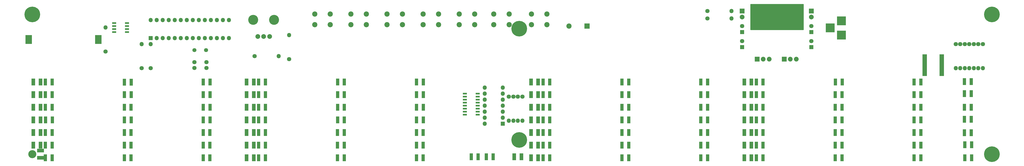
<source format=gts>
G04 #@! TF.FileFunction,Soldermask,Top*
%FSLAX46Y46*%
G04 Gerber Fmt 4.6, Leading zero omitted, Abs format (unit mm)*
G04 Created by KiCad (PCBNEW 4.0.7) date 05/05/18 13:58:15*
%MOMM*%
%LPD*%
G01*
G04 APERTURE LIST*
%ADD10C,0.100000*%
%ADD11R,1.420000X2.900000*%
%ADD12R,1.595000X2.900000*%
%ADD13C,1.800000*%
%ADD14O,1.800000X1.800000*%
%ADD15C,1.700000*%
%ADD16R,2.740000X3.710000*%
%ADD17R,1.800000X1.800000*%
%ADD18R,3.700000X3.700000*%
%ADD19R,2.900000X1.595000*%
%ADD20O,3.700000X3.700000*%
%ADD21R,2.000000X2.000000*%
%ADD22O,2.000000X2.000000*%
%ADD23R,1.750000X0.800000*%
%ADD24C,2.000000*%
%ADD25R,1.700000X0.800000*%
%ADD26R,1.950000X0.650000*%
%ADD27C,6.600000*%
%ADD28C,1.000000*%
%ADD29C,3.400000*%
%ADD30C,2.200000*%
%ADD31C,4.200000*%
%ADD32R,2.200000X2.200000*%
%ADD33C,0.254000*%
G04 APERTURE END LIST*
D10*
D11*
X416570000Y-230500000D03*
X419430000Y-230500000D03*
D12*
X236517500Y-209333333D03*
X233482500Y-209333333D03*
D11*
X31430000Y-204000000D03*
X28570000Y-204000000D03*
X31430000Y-209333333D03*
X28570000Y-209333333D03*
X31430000Y-214666666D03*
X28570000Y-214666666D03*
X31496000Y-219964000D03*
X28636000Y-219964000D03*
X31430000Y-225333332D03*
X28570000Y-225333332D03*
X31430000Y-230666665D03*
X28570000Y-230666665D03*
X31430000Y-236000000D03*
X28570000Y-236000000D03*
X64749250Y-204038000D03*
X61889250Y-204038000D03*
X64749250Y-209371333D03*
X61889250Y-209371333D03*
X64737500Y-214668000D03*
X61877500Y-214668000D03*
X64749250Y-220037999D03*
X61889250Y-220037999D03*
X64738000Y-225371332D03*
X61878000Y-225371332D03*
X64738000Y-230704665D03*
X61878000Y-230704665D03*
X64738000Y-236038000D03*
X61878000Y-236038000D03*
X98045000Y-204000000D03*
X95185000Y-204000000D03*
X98045000Y-209333333D03*
X95185000Y-209333333D03*
X98045000Y-214666666D03*
X95185000Y-214666666D03*
X98045000Y-219999999D03*
X95185000Y-219999999D03*
X98000000Y-225333332D03*
X95140000Y-225333332D03*
X98000000Y-230666665D03*
X95140000Y-230666665D03*
X98000000Y-236000000D03*
X95140000Y-236000000D03*
X121430000Y-204000000D03*
X118570000Y-204000000D03*
X121430000Y-209333333D03*
X118570000Y-209333333D03*
X121430000Y-214666666D03*
X118570000Y-214666666D03*
X121430000Y-219999999D03*
X118570000Y-219999999D03*
X121384000Y-225298000D03*
X118524000Y-225298000D03*
X121430000Y-230666665D03*
X118570000Y-230666665D03*
X121384000Y-235966000D03*
X118524000Y-235966000D03*
X154737500Y-204000000D03*
X151877500Y-204000000D03*
X154737500Y-209333333D03*
X151877500Y-209333333D03*
X154737500Y-214666666D03*
X151877500Y-214666666D03*
X154737500Y-219999999D03*
X151877500Y-219999999D03*
X154715000Y-225333332D03*
X151855000Y-225333332D03*
X154715000Y-230666665D03*
X151855000Y-230666665D03*
X154715000Y-236000000D03*
X151855000Y-236000000D03*
X188045000Y-204000000D03*
X185185000Y-204000000D03*
X188045000Y-209333333D03*
X185185000Y-209333333D03*
X188045000Y-214666666D03*
X185185000Y-214666666D03*
X188045000Y-219999999D03*
X185185000Y-219999999D03*
X188000000Y-225333332D03*
X185140000Y-225333332D03*
X188000000Y-230666665D03*
X185140000Y-230666665D03*
X188000000Y-236000000D03*
X185140000Y-236000000D03*
X217490000Y-235585000D03*
X214630000Y-235585000D03*
X211140000Y-235585000D03*
X208280000Y-235585000D03*
X241430000Y-204000000D03*
X238570000Y-204000000D03*
X241430000Y-209333333D03*
X238570000Y-209333333D03*
X241430000Y-214666666D03*
X238570000Y-214666666D03*
X241430000Y-219999999D03*
X238570000Y-219999999D03*
X241430000Y-225333332D03*
X238570000Y-225333332D03*
X241430000Y-230666665D03*
X238570000Y-230666665D03*
X241429998Y-235999998D03*
X238569998Y-235999998D03*
X274737500Y-204000000D03*
X271877500Y-204000000D03*
X274737500Y-209333333D03*
X271877500Y-209333333D03*
X274737500Y-214666666D03*
X271877500Y-214666666D03*
X274737500Y-219999999D03*
X271877500Y-219999999D03*
X274715000Y-225333332D03*
X271855000Y-225333332D03*
X274715000Y-230666665D03*
X271855000Y-230666665D03*
X274715000Y-236000000D03*
X271855000Y-236000000D03*
X308045000Y-204000000D03*
X305185000Y-204000000D03*
X308045000Y-209333333D03*
X305185000Y-209333333D03*
X308045000Y-214666666D03*
X305185000Y-214666666D03*
X308045000Y-219999999D03*
X305185000Y-219999999D03*
X308000000Y-225333332D03*
X305140000Y-225333332D03*
X308000000Y-230666665D03*
X305140000Y-230666665D03*
X308000000Y-236000000D03*
X305140000Y-236000000D03*
X331430000Y-204000000D03*
X328570000Y-204000000D03*
X331430000Y-209333333D03*
X328570000Y-209333333D03*
X331430000Y-214666666D03*
X328570000Y-214666666D03*
X331430000Y-219999999D03*
X328570000Y-219999999D03*
X331430000Y-225333332D03*
X328570000Y-225333332D03*
X331430000Y-230666665D03*
X328570000Y-230666665D03*
X331430000Y-236000000D03*
X328570000Y-236000000D03*
X364810000Y-204000000D03*
X361950000Y-204000000D03*
X364737500Y-209333333D03*
X361877500Y-209333333D03*
X364737500Y-214666666D03*
X361877500Y-214666666D03*
X364737500Y-219999999D03*
X361877500Y-219999999D03*
X364715000Y-225333332D03*
X361855000Y-225333332D03*
X364715000Y-230666665D03*
X361855000Y-230666665D03*
X364715000Y-236000000D03*
X361855000Y-236000000D03*
X398045000Y-204000000D03*
X395185000Y-204000000D03*
X398045000Y-209333333D03*
X395185000Y-209333333D03*
X398045000Y-214666666D03*
X395185000Y-214666666D03*
X398045000Y-219999999D03*
X395185000Y-219999999D03*
X398000000Y-225333332D03*
X395140000Y-225333332D03*
X398000000Y-230666665D03*
X395140000Y-230666665D03*
X398000000Y-236000000D03*
X395140000Y-236000000D03*
X416570000Y-236000000D03*
X419430000Y-236000000D03*
D13*
X131445000Y-194310000D03*
D14*
X131445000Y-184150000D03*
D12*
X236517501Y-204000000D03*
X233482501Y-204000000D03*
X236517500Y-214666666D03*
X233482500Y-214666666D03*
X236517500Y-219999999D03*
X233482500Y-219999999D03*
X236517500Y-225333332D03*
X233482500Y-225333332D03*
X236517500Y-230666665D03*
X233482500Y-230666665D03*
X236517500Y-235999998D03*
X233482500Y-235999998D03*
X326517500Y-203999999D03*
X323482500Y-203999999D03*
X326517500Y-209333333D03*
X323482500Y-209333333D03*
X326517500Y-214666666D03*
X323482500Y-214666666D03*
X326517500Y-219999999D03*
X323482500Y-219999999D03*
X326517500Y-225333332D03*
X323482500Y-225333332D03*
X326517500Y-230666665D03*
X323482500Y-230666665D03*
X326517500Y-235999998D03*
X323482500Y-235999998D03*
D15*
X91440000Y-190500000D03*
X96320000Y-190500000D03*
D16*
X50875000Y-186055000D03*
X21515000Y-186055000D03*
D13*
X91440000Y-195580000D03*
X91440000Y-198080000D03*
X96520000Y-195580000D03*
X96520000Y-198080000D03*
D17*
X322580000Y-189230000D03*
D13*
X322580000Y-186730000D03*
D17*
X322580000Y-182880000D03*
D13*
X322580000Y-180380000D03*
D17*
X351790000Y-189230000D03*
D13*
X351790000Y-186730000D03*
D17*
X351790000Y-182880000D03*
D13*
X351790000Y-180380000D03*
D18*
X364490000Y-184150000D03*
X364490000Y-178150000D03*
X359790000Y-181150000D03*
D12*
X26517500Y-203999999D03*
X23482500Y-203999999D03*
X26517500Y-209333333D03*
X23482500Y-209333333D03*
X26517500Y-214666666D03*
X23482500Y-214666666D03*
X26517500Y-219999999D03*
X23482500Y-219999999D03*
X26517500Y-225333332D03*
X23482500Y-225333332D03*
X26517500Y-230666665D03*
X23482500Y-230666665D03*
D19*
X26500000Y-236017500D03*
X26500000Y-232982500D03*
D12*
X116517500Y-204000000D03*
X113482500Y-204000000D03*
X116517500Y-209333333D03*
X113482500Y-209333333D03*
X116517500Y-214666666D03*
X113482500Y-214666666D03*
X116517500Y-219999999D03*
X113482500Y-219999999D03*
X116517500Y-225333332D03*
X113482500Y-225333332D03*
X116517500Y-230666665D03*
X113482500Y-230666665D03*
X116517500Y-235999998D03*
X113482500Y-235999998D03*
D13*
X307975000Y-173990000D03*
D14*
X318135000Y-173990000D03*
D17*
X73025000Y-185420000D03*
D14*
X106045000Y-177800000D03*
X75565000Y-185420000D03*
X103505000Y-177800000D03*
X78105000Y-185420000D03*
X100965000Y-177800000D03*
X80645000Y-185420000D03*
X98425000Y-177800000D03*
X83185000Y-185420000D03*
X95885000Y-177800000D03*
X85725000Y-185420000D03*
X93345000Y-177800000D03*
X88265000Y-185420000D03*
X90805000Y-177800000D03*
X90805000Y-185420000D03*
X88265000Y-177800000D03*
X93345000Y-185420000D03*
X85725000Y-177800000D03*
X95885000Y-185420000D03*
X83185000Y-177800000D03*
X98425000Y-185420000D03*
X80645000Y-177800000D03*
X100965000Y-185420000D03*
X78105000Y-177800000D03*
X103505000Y-185420000D03*
X75565000Y-177800000D03*
X106045000Y-185420000D03*
X73025000Y-177800000D03*
D20*
X331470000Y-177650000D03*
D21*
X328930000Y-194310000D03*
D22*
X331470000Y-194310000D03*
X334010000Y-194310000D03*
D20*
X342900000Y-177650000D03*
D21*
X340360000Y-194310000D03*
D22*
X342900000Y-194310000D03*
X345440000Y-194310000D03*
D23*
X57625000Y-179070000D03*
X57625000Y-180340000D03*
X57625000Y-181610000D03*
X57625000Y-182880000D03*
X63025000Y-182880000D03*
X63025000Y-181610000D03*
X63025000Y-180340000D03*
X63025000Y-179070000D03*
D21*
X351790000Y-173990000D03*
D24*
X351790000Y-176530000D03*
D13*
X53975000Y-191135000D03*
D14*
X53975000Y-180975000D03*
D13*
X307975000Y-177165000D03*
D14*
X318135000Y-177165000D03*
D21*
X322580000Y-173990000D03*
D24*
X322580000Y-176530000D03*
D25*
X205580000Y-208915000D03*
X205580000Y-210185000D03*
X205580000Y-211455000D03*
X205580000Y-212725000D03*
X205580000Y-213995000D03*
X205580000Y-215265000D03*
X205580000Y-216535000D03*
X205580000Y-217805000D03*
X210980000Y-217805000D03*
X210980000Y-216535000D03*
X210980000Y-215265000D03*
X210980000Y-213995000D03*
X210980000Y-212725000D03*
X210980000Y-211455000D03*
X210980000Y-210185000D03*
X210980000Y-208915000D03*
D12*
X226447500Y-235585000D03*
X229482500Y-235585000D03*
D17*
X221615000Y-221615000D03*
D14*
X213995000Y-206375000D03*
X221615000Y-219075000D03*
X213995000Y-208915000D03*
X221615000Y-216535000D03*
X213995000Y-211455000D03*
X221615000Y-213995000D03*
X213995000Y-213995000D03*
X221615000Y-211455000D03*
X213995000Y-216535000D03*
X221615000Y-208915000D03*
X213995000Y-219075000D03*
X221615000Y-206375000D03*
X213995000Y-221615000D03*
D13*
X226060000Y-210185000D03*
D14*
X226060000Y-220345000D03*
D13*
X224155000Y-210185000D03*
D14*
X224155000Y-220345000D03*
D13*
X227965000Y-210185000D03*
D14*
X227965000Y-220345000D03*
D13*
X229870000Y-210185000D03*
D14*
X229870000Y-220345000D03*
D11*
X416400000Y-225425000D03*
X419260000Y-225425000D03*
X416400000Y-219710000D03*
X419260000Y-219710000D03*
X416400000Y-214630000D03*
X419260000Y-214630000D03*
X416400000Y-208915000D03*
X419260000Y-208915000D03*
X416400000Y-203835000D03*
X419260000Y-203835000D03*
D13*
X412750000Y-187960000D03*
D14*
X412750000Y-198120000D03*
D13*
X414655000Y-187960000D03*
D14*
X414655000Y-198120000D03*
D13*
X416560000Y-187960000D03*
D14*
X416560000Y-198120000D03*
D13*
X418465000Y-187960000D03*
D14*
X418465000Y-198120000D03*
D13*
X420370000Y-187960000D03*
D14*
X420370000Y-198120000D03*
D13*
X422275000Y-187960000D03*
D14*
X422275000Y-198120000D03*
D13*
X424180000Y-187960000D03*
D14*
X424180000Y-198120000D03*
D26*
X406825000Y-201075000D03*
X406825000Y-200425000D03*
X406825000Y-199775000D03*
X406825000Y-199125000D03*
X406825000Y-198475000D03*
X406825000Y-197825000D03*
X406825000Y-197175000D03*
X406825000Y-196525000D03*
X406825000Y-195875000D03*
X406825000Y-195225000D03*
X406825000Y-194575000D03*
X406825000Y-193925000D03*
X406825000Y-193275000D03*
X406825000Y-192625000D03*
X399625000Y-192625000D03*
X399625000Y-193275000D03*
X399625000Y-193925000D03*
X399625000Y-194575000D03*
X399625000Y-195225000D03*
X399625000Y-195875000D03*
X399625000Y-196525000D03*
X399625000Y-197175000D03*
X399625000Y-197825000D03*
X399625000Y-198475000D03*
X399625000Y-199125000D03*
X399625000Y-199775000D03*
X399625000Y-200425000D03*
X399625000Y-201075000D03*
D13*
X116840000Y-193040000D03*
D14*
X127000000Y-193040000D03*
D13*
X69215000Y-198120000D03*
D14*
X69215000Y-187960000D03*
D13*
X73025000Y-198120000D03*
D14*
X73025000Y-187960000D03*
D27*
X228500000Y-228500000D03*
D28*
X230900000Y-228500000D03*
X230197056Y-230197056D03*
X228500000Y-230900000D03*
X226802944Y-230197056D03*
X226100000Y-228500000D03*
X226802944Y-226802944D03*
X228500000Y-226100000D03*
X230197056Y-226802944D03*
D27*
X228500000Y-181500000D03*
D28*
X230900000Y-181500000D03*
X230197056Y-183197056D03*
X228500000Y-183900000D03*
X226802944Y-183197056D03*
X226100000Y-181500000D03*
X226802944Y-179802944D03*
X228500000Y-179100000D03*
X230197056Y-179802944D03*
D27*
X23000000Y-175500000D03*
D28*
X25400000Y-175500000D03*
X24697056Y-177197056D03*
X23000000Y-177900000D03*
X21302944Y-177197056D03*
X20600000Y-175500000D03*
X21302944Y-173802944D03*
X23000000Y-173100000D03*
X24697056Y-173802944D03*
D27*
X428000000Y-175500000D03*
D28*
X430400000Y-175500000D03*
X429697056Y-177197056D03*
X428000000Y-177900000D03*
X426302944Y-177197056D03*
X425600000Y-175500000D03*
X426302944Y-173802944D03*
X428000000Y-173100000D03*
X429697056Y-173802944D03*
D27*
X428000000Y-234500000D03*
D28*
X430400000Y-234500000D03*
X429697056Y-236197056D03*
X428000000Y-236900000D03*
X426302944Y-236197056D03*
X425600000Y-234500000D03*
X426302944Y-232802944D03*
X428000000Y-232100000D03*
X429697056Y-232802944D03*
D29*
X23000000Y-234500000D03*
D30*
X142240000Y-179760000D03*
X142240000Y-175260000D03*
X148740000Y-179760000D03*
X148740000Y-175260000D03*
X157480000Y-179760000D03*
X157480000Y-175260000D03*
X163980000Y-179760000D03*
X163980000Y-175260000D03*
X172720000Y-179760000D03*
X172720000Y-175260000D03*
X179220000Y-179760000D03*
X179220000Y-175260000D03*
X187960000Y-179760000D03*
X187960000Y-175260000D03*
X194460000Y-179760000D03*
X194460000Y-175260000D03*
X203200000Y-179760000D03*
X203200000Y-175260000D03*
X209700000Y-179760000D03*
X209700000Y-175260000D03*
X217805000Y-179760000D03*
X217805000Y-175260000D03*
X224305000Y-179760000D03*
X224305000Y-175260000D03*
X233680000Y-179760000D03*
X233680000Y-175260000D03*
X240180000Y-179760000D03*
X240180000Y-175260000D03*
D24*
X118190000Y-184785000D03*
X120690000Y-184785000D03*
X123190000Y-184785000D03*
D31*
X116290000Y-177785000D03*
X125090000Y-177785000D03*
D32*
X257155000Y-180340000D03*
D30*
X249555000Y-180340000D03*
D33*
G36*
X348373000Y-181873000D02*
X326127000Y-181873000D01*
X326127000Y-171127000D01*
X348373000Y-171127000D01*
X348373000Y-181873000D01*
X348373000Y-181873000D01*
G37*
X348373000Y-181873000D02*
X326127000Y-181873000D01*
X326127000Y-171127000D01*
X348373000Y-171127000D01*
X348373000Y-181873000D01*
M02*

</source>
